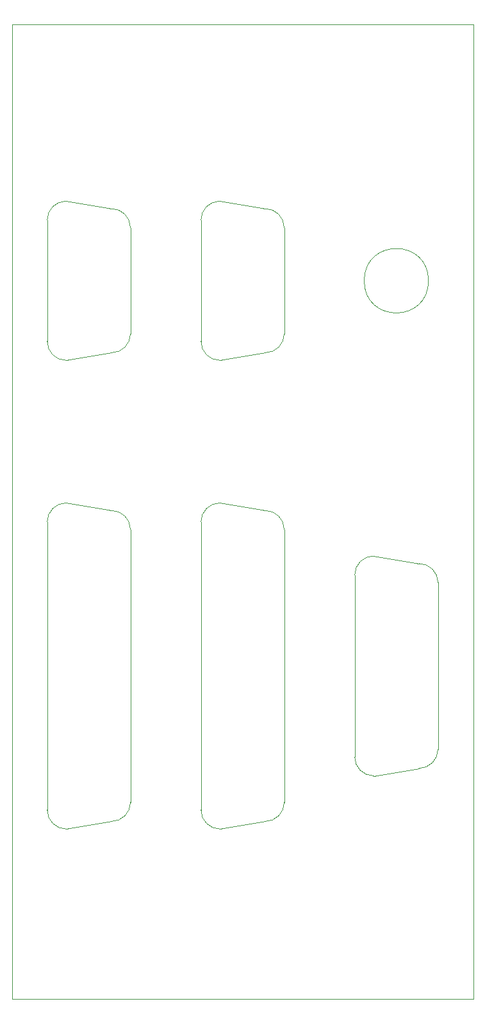
<source format=gm1>
G04 #@! TF.GenerationSoftware,KiCad,Pcbnew,(6.0.9-0)*
G04 #@! TF.CreationDate,2023-02-07T08:37:19+01:00*
G04 #@! TF.ProjectId,fp_SDN650Xi_SMA340,66705f53-444e-4363-9530-58695f534d41,A*
G04 #@! TF.SameCoordinates,Original*
G04 #@! TF.FileFunction,Profile,NP*
%FSLAX46Y46*%
G04 Gerber Fmt 4.6, Leading zero omitted, Abs format (unit mm)*
G04 Created by KiCad (PCBNEW (6.0.9-0)) date 2023-02-07 08:37:19*
%MOMM*%
%LPD*%
G01*
G04 APERTURE LIST*
G04 #@! TA.AperFunction,Profile*
%ADD10C,0.100000*%
G04 #@! TD*
G04 #@! TA.AperFunction,Profile*
%ADD11C,0.120000*%
G04 #@! TD*
G04 APERTURE END LIST*
D10*
X116010000Y-72885000D02*
G75*
G03*
X116010000Y-72885000I-4250000J0D01*
G01*
X60960000Y-39090000D02*
X121920000Y-39090000D01*
X121920000Y-39090000D02*
X121920000Y-167640000D01*
X121920000Y-167640000D02*
X60960000Y-167640000D01*
X60960000Y-167640000D02*
X60960000Y-39090000D01*
D11*
X65620000Y-80885000D02*
X65620000Y-64885000D01*
X68120000Y-83385000D02*
X74120000Y-82385000D01*
X68120000Y-62385000D02*
X74120000Y-63385000D01*
X76620000Y-79885000D02*
X76620000Y-65885000D01*
X68120000Y-62385000D02*
G75*
G03*
X65620000Y-64885000I0J-2500000D01*
G01*
X74120000Y-82385000D02*
G75*
G03*
X76620000Y-79885000I0J2500000D01*
G01*
X76620000Y-65885000D02*
G75*
G03*
X74120000Y-63385000I-2500000J0D01*
G01*
X65620000Y-80885000D02*
G75*
G03*
X68120000Y-83385000I2500000J0D01*
G01*
X96940000Y-141685000D02*
X96940000Y-105685000D01*
X88440000Y-145185000D02*
X94440000Y-144185000D01*
X88440000Y-102185000D02*
X94440000Y-103185000D01*
X85940000Y-104685000D02*
X85940000Y-142685000D01*
X96940000Y-105685000D02*
G75*
G03*
X94440000Y-103185000I-2500000J0D01*
G01*
X94440000Y-144185000D02*
G75*
G03*
X96940000Y-141685000I0J2500000D01*
G01*
X88440000Y-102185000D02*
G75*
G03*
X85940000Y-104685000I0J-2500000D01*
G01*
X85940000Y-142685000D02*
G75*
G03*
X88440000Y-145185000I2500000J0D01*
G01*
X88440000Y-83385000D02*
X94440000Y-82385000D01*
X96940000Y-79885000D02*
X96940000Y-65885000D01*
X88440000Y-62385000D02*
X94440000Y-63385000D01*
X85940000Y-80885000D02*
X85940000Y-64885000D01*
X96940000Y-65885000D02*
G75*
G03*
X94440000Y-63385000I-2500000J0D01*
G01*
X88440000Y-62385000D02*
G75*
G03*
X85940000Y-64885000I0J-2500000D01*
G01*
X85940000Y-80885000D02*
G75*
G03*
X88440000Y-83385000I2500000J0D01*
G01*
X94440000Y-82385000D02*
G75*
G03*
X96940000Y-79885000I0J2500000D01*
G01*
X68120000Y-145185000D02*
X74120000Y-144185000D01*
X65620000Y-104685000D02*
X65620000Y-142685000D01*
X68120000Y-102185000D02*
X74120000Y-103185000D01*
X76620000Y-141685000D02*
X76620000Y-105685000D01*
X65620000Y-142685000D02*
G75*
G03*
X68120000Y-145185000I2500000J0D01*
G01*
X74120000Y-144185000D02*
G75*
G03*
X76620000Y-141685000I0J2500000D01*
G01*
X68120000Y-102185000D02*
G75*
G03*
X65620000Y-104685000I0J-2500000D01*
G01*
X76620000Y-105685000D02*
G75*
G03*
X74120000Y-103185000I-2500000J0D01*
G01*
X117260000Y-134685000D02*
X117260000Y-112685000D01*
X108760000Y-109185000D02*
X114760000Y-110185000D01*
X106260000Y-135685000D02*
X106260000Y-111685000D01*
X108760000Y-138185000D02*
X114760000Y-137185000D01*
X106260000Y-135685000D02*
G75*
G03*
X108760000Y-138185000I2500000J0D01*
G01*
X114760000Y-137185000D02*
G75*
G03*
X117260000Y-134685000I0J2500000D01*
G01*
X108760000Y-109185000D02*
G75*
G03*
X106260000Y-111685000I0J-2500000D01*
G01*
X117260000Y-112685000D02*
G75*
G03*
X114760000Y-110185000I-2500000J0D01*
G01*
M02*

</source>
